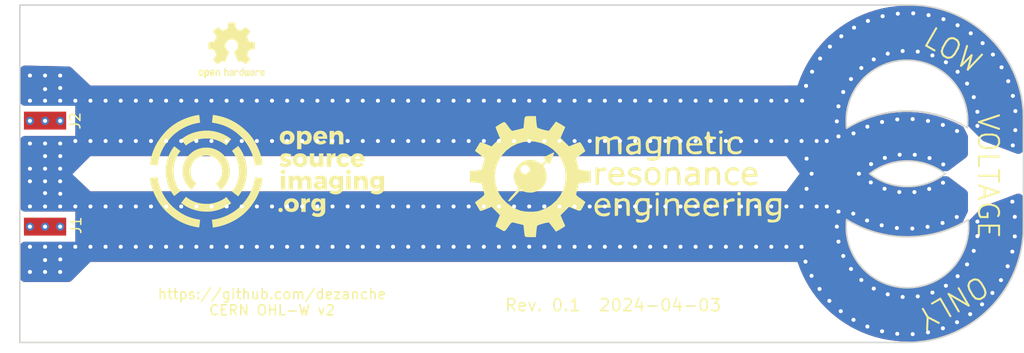
<source format=kicad_pcb>
(kicad_pcb (version 20240108) (generator "pcbnew") (generator_version "8.0")
  (layers (0 "F.Cu" power) (1 "In1.Cu" signal "Signal.Cu") (2 "In2.Cu" power "middle.Cu") (31 "B.Cu" power) (34 "B.Paste" user) (35 "F.Paste" user) (36 "B.SilkS" user "B.Silkscreen") (37 "F.SilkS" user "F.Silkscreen") (38 "B.Mask" user) (39 "F.Mask" user) (44 "Edge.Cuts" user))
  (net 0 "")
  (net 1 "GND")
  (net 2 "/signal1")
  (net 3 "/signal2")
  (footprint "User:SMAEdge" (layer "F.Cu") (at 95.5 96 90)
    (property "Reference" "J1" (at 0.13 3.09 90) (layer "F.SilkS"))
    (property "Value" "Conn_Coaxial")
    (pad "1" smd rect (at 0 0 90) (size 1.78 4.19) (layers "F.Cu" "F.Paste" "F.Mask") (net 2 "/signal1"))
    (pad "2" thru_hole rect (at -3.325 0 90) (size 3 4.19) (drill 0.4) (layers "*.Cu" "*.Paste" "*.Mask") (net 1 "GND"))
    (pad "2" thru_hole rect (at 3.325 0 90) (size 3 4.19) (drill 0.4) (layers "*.Cu" "*.Paste" "*.Mask") (net 1 "GND"))
  )
  (footprint "User:OSI_logo_23x11mm" (layer "F.Cu") (at 117.5 90.5)
    (property "Reference" "G***" (hide yes))
    (property "Value" "LOGO" (hide yes))
  )
  (footprint "Symbols:OSHW-Logo2_7.3x6mm_SilkScreen" (layer "F.Cu") (at 114 78.5)
    (property "Reference" "REF***" (hide yes))
    (property "Value" "OSHW-Logo2_7.3x6mm_SilkScreen" (hide yes))
  )
  (footprint "Logo:MR_Engineering_logo_12mm" (layer "F.Cu") (at 153 91)
    (property "Reference" "G***" (hide yes))
    (property "Value" "LOGO" (hide yes))
  )
  (footprint "MountingHole:MountingHole_3.2mm_M3" (layer "F.Cu") (at 135 78)
    (property "Reference" "REF**" (hide yes))
    (property "Value" "MountingHole_3.2mm_M3")
    (pad "" np_thru_hole circle (at 0 0) (size 3.2 3.2) (drill 3.2) (layers "*.Cu" "*.Mask"))
  )
  (footprint "MountingHole:MountingHole_3.2mm_M3" (layer "F.Cu") (at 101 78)
    (property "Reference" "REF**" (hide yes))
    (property "Value" "MountingHole_3.2mm_M3")
    (pad "" np_thru_hole circle (at 0 0) (size 3.2 3.2) (drill 3.2) (layers "*.Cu" "*.Mask"))
  )
  (footprint "MountingHole:MountingHole_3.2mm_M3" (layer "F.Cu") (at 168 103.5)
    (property "Reference" "REF**" (hide yes))
    (property "Value" "MountingHole_3.2mm_M3")
    (pad "" np_thru_hole circle (at 0 0) (size 3.2 3.2) (drill 3.2) (layers "*.Cu" "*.Mask"))
  )
  (footprint "MountingHole:MountingHole_3.2mm_M3" (layer "F.Cu") (at 168 78)
    (property "Reference" "REF**" (hide yes))
    (property "Value" "MountingHole_3.2mm_M3")
    (pad "" np_thru_hole circle (at 0 0) (size 3.2 3.2) (drill 3.2) (layers "*.Cu" "*.Mask"))
  )
  (footprint "MountingHole:MountingHole_3.2mm_M3" (layer "F.Cu") (at 135 103.5)
    (property "Reference" "REF**" (hide yes))
    (property "Value" "MountingHole_3.2mm_M3")
    (pad "" np_thru_hole circle (at 0 0) (size 3.2 3.2) (drill 3.2) (layers "*.Cu" "*.Mask"))
  )
  (footprint "User:SMAEdge" (layer "F.Cu") (at 95.5 85.675 -90)
    (property "Reference" "J2" (at -0.175 -3 90) (layer "F.SilkS"))
    (property "Value" "Conn_Coaxial")
    (pad "1" smd rect (at -0.2 0 270) (size 1.78 4.19) (layers "F.Cu" "F.Paste" "F.Mask") (net 3 "/signal2"))
    (pad "2" thru_hole rect (at -3.325 0 270) (size 3 4.19) (drill 0.4) (layers "*.Cu" "*.Paste" "*.Mask") (net 1 "GND"))
    (pad "2" thru_hole rect (at 3.325 0 270) (size 3 4.19) (drill 0.4) (layers "*.Cu" "*.Paste" "*.Mask") (net 1 "GND"))
  )
  (footprint "MountingHole:MountingHole_3.2mm_M3" (layer "F.Cu") (at 101 103.5)
    (property "Reference" "REF**" (hide yes))
    (property "Value" "MountingHole_3.2mm_M3")
    (pad "" np_thru_hole circle (at 0 0) (size 3.2 3.2) (drill 3.2) (layers "*.Cu" "*.Mask"))
  )
  (gr_line (start 181 74) (end 93 74) (stroke (width 0.15)) (layer "Edge.Cuts"))
  (gr_arc (start 192.5 96) (mid 189.131728 104.131727) (end 181 107.5) (stroke (width 0.15)) (layer "Edge.Cuts"))
  (gr_arc (start 184.75 90.75) (mid 181 92.022954) (end 177.25 90.75) (stroke (width 0.15)) (layer "Edge.Cuts"))
  (gr_line (start 192.5 85) (end 192.5 96) (stroke (width 0.15)) (layer "Edge.Cuts"))
  (gr_arc (start 174.970017 86.233734) (mid 180.942368 84.520117) (end 186.932815 86.169359) (stroke (width 0.15)) (layer "Edge.Cuts"))
  (gr_arc (start 187.030804 95.321791) (mid 180.998787 97.015011) (end 174.970833 95.307384) (stroke (width 0.15)) (layer "Edge.Cuts"))
  (gr_arc (start 174.970017 86.233734) (mid 180.915232 79.477343) (end 186.932815 86.169359) (stroke (width 0.15)) (layer "Edge.Cuts"))
  (gr_arc (start 177.25 90.75) (mid 181 89.477046) (end 184.75 90.75) (stroke (width 0.15)) (layer "Edge.Cuts"))
  (gr_line (start 181 107.5) (end 93 107.5) (stroke (width 0.15)) (layer "Edge.Cuts"))
  (gr_line (start 93 107.5) (end 93 74) (stroke (width 0.15)) (layer "Edge.Cuts"))
  (gr_arc (start 187.030804 95.321791) (mid 180.992749 102.068815) (end 174.970833 95.307384) (stroke (width 0.15)) (layer "Edge.Cuts"))
  (gr_arc (start 181 74) (mid 189.028175 77.118272) (end 192.5 85) (stroke (width 0.15)) (layer "Edge.Cuts"))
  (gr_text "VOLTAGE" (at 189 91 -90) (layer "F.SilkS") (effects (font (size 2 2) (thickness 0.2))))
  (gr_text "https://github.com/dezanche\nCERN OHL-W v2" (at 118 103.5 0) (layer "F.SilkS") (effects (font (size 1 1))))
  (gr_text "Rev. 0.1  2024-04-03" (at 141 104.5 0) (layer "F.SilkS") (effects (font (size 1.2 1.2)) (justify left bottom)))
  (gr_text "ONLY" (at 185.5 103.5 210) (layer "F.SilkS") (effects (font (size 2 2) (thickness 0.2))))
  (gr_text "LOW" (at 185.5 78.5 -30) (layer "F.SilkS") (effects (font (size 2 2) (thickness 0.2))))
  (via (at 133 94) (size 0.8) (drill 0.4) (layers "F.Cu" "B.Cu") (net 1))
  (via (at 131.5 94) (size 0.8) (drill 0.4) (layers "F.Cu" "B.Cu") (net 1))
  (via (at 95.5 94) (size 0.8) (drill 0.4) (layers "F.Cu" "B.Cu") (net 1))
  (via (at 101.5 94) (size 0.8) (drill 0.4) (layers "F.Cu" "B.Cu") (net 1))
  (via (at 104.5 94) (size 0.8) (drill 0.4) (layers "F.Cu" "B.Cu") (net 1))
  (via (at 122.5 94) (size 0.8) (drill 0.4) (layers "F.Cu" "B.Cu") (net 1))
  (via (at 124 94) (size 0.8) (drill 0.4) (layers "F.Cu" "B.Cu") (net 1))
  (via (at 125.5 94) (size 0.8) (drill 0.4) (layers "F.Cu" "B.Cu") (net 1))
  (via (at 127 94) (size 0.8) (drill 0.4) (layers "F.Cu" "B.Cu") (net 1))
  (via (at 119.5 94) (size 0.8) (drill 0.4) (layers "F.Cu" "B.Cu") (net 1))
  (via (at 112 94) (size 0.8) (drill 0.4) (layers "F.Cu" "B.Cu") (net 1))
  (via (at 110.5 94) (size 0.8) (drill 0.4) (layers "F.Cu" "B.Cu") (net 1))
  (via (at 94 94) (size 0.8) (drill 0.4) (layers "F.Cu" "B.Cu") (net 1))
  (via (at 100 94) (size 0.8) (drill 0.4) (layers "F.Cu" "B.Cu") (net 1))
  (via (at 118 94) (size 0.8) (drill 0.4) (layers "F.Cu" "B.Cu") (net 1))
  (via (at 130 94) (size 0.8) (drill 0.4) (layers "F.Cu" "B.Cu") (net 1))
  (via (at 121 94) (size 0.8) (drill 0.4) (layers "F.Cu" "B.Cu") (net 1))
  (via (at 109 94) (size 0.8) (drill 0.4) (layers "F.Cu" "B.Cu") (net 1))
  (via (at 107.5 94) (size 0.8) (drill 0.4) (layers "F.Cu" "B.Cu") (net 1))
  (via (at 116.5 94) (size 0.8) (drill 0.4) (layers "F.Cu" "B.Cu") (net 1))
  (via (at 98.5 94) (size 0.8) (drill 0.4) (layers "F.Cu" "B.Cu") (net 1))
  (via (at 103 94) (size 0.8) (drill 0.4) (layers "F.Cu" "B.Cu") (net 1))
  (via (at 128.5 94) (size 0.8) (drill 0.4) (layers "F.Cu" "B.Cu") (net 1))
  (via (at 106 94) (size 0.8) (drill 0.4) (layers "F.Cu" "B.Cu") (net 1))
  (via (at 115 94) (size 0.8) (drill 0.4) (layers "F.Cu" "B.Cu") (net 1))
  (via (at 97 94) (size 0.8) (drill 0.4) (layers "F.Cu" "B.Cu") (net 1))
  (via (at 113.5 94) (size 0.8) (drill 0.4) (layers "F.Cu" "B.Cu") (net 1))
  (via (at 134.5 94) (size 0.8) (drill 0.4) (layers "F.Cu" "B.Cu") (net 1))
  (via (at 170.5 94) (size 0.8) (drill 0.4) (layers "F.Cu" "B.Cu") (net 1))
  (via (at 169 94) (size 0.8) (drill 0.4) (layers "F.Cu" "B.Cu") (net 1))
  (via (at 137.5 94) (size 0.8) (drill 0.4) (layers "F.Cu" "B.Cu") (net 1))
  (via (at 136 94) (size 0.8) (drill 0.4) (layers "F.Cu" "B.Cu") (net 1))
  (via (at 140.5 94) (size 0.8) (drill 0.4) (layers "F.Cu" "B.Cu") (net 1))
  (via (at 143.5 94) (size 0.8) (drill 0.4) (layers "F.Cu" "B.Cu") (net 1))
  (via (at 139 94) (size 0.8) (drill 0.4) (layers "F.Cu" "B.Cu") (net 1))
  (via (at 142 94) (size 0.8) (drill 0.4) (layers "F.Cu" "B.Cu") (net 1))
  (via (at 151 94) (size 0.8) (drill 0.4) (layers "F.Cu" "B.Cu") (net 1))
  (via (at 145 94) (size 0.8) (drill 0.4) (layers "F.Cu" "B.Cu") (net 1))
  (via (at 145 94) (size 0.8) (drill 0.4) (layers "F.Cu" "B.Cu") (net 1))
  (via (at 146.5 94) (size 0.8) (drill 0.4) (layers "F.Cu" "B.Cu") (net 1))
  (via (at 148 94) (size 0.8) (drill 0.4) (layers "F.Cu" "B.Cu") (net 1))
  (via (at 149.5 94) (size 0.8) (drill 0.4) (layers "F.Cu" "B.Cu") (net 1))
  (via (at 154 94) (size 0.8) (drill 0.4) (layers "F.Cu" "B.Cu") (net 1))
  (via (at 152.5 94) (size 0.8) (drill 0.4) (layers "F.Cu" "B.Cu") (net 1))
  (via (at 155.5 94) (size 0.8) (drill 0.4) (layers "F.Cu" "B.Cu") (net 1))
  (via (at 157 94) (size 0.8) (drill 0.4) (layers "F.Cu" "B.Cu") (net 1))
  (via (at 158.5 94) (size 0.8) (drill 0.4) (layers "F.Cu" "B.Cu") (net 1))
  (via (at 160 94) (size 0.8) (drill 0.4) (layers "F.Cu" "B.Cu") (net 1))
  (via (at 161.5 94) (size 0.8) (drill 0.4) (layers "F.Cu" "B.Cu") (net 1))
  (via (at 163 94) (size 0.8) (drill 0.4) (layers "F.Cu" "B.Cu") (net 1))
  (via (at 164.5 94) (size 0.8) (drill 0.4) (layers "F.Cu" "B.Cu") (net 1))
  (via (at 166 94) (size 0.8) (drill 0.4) (layers "F.Cu" "B.Cu") (net 1))
  (via (at 167.5 94) (size 0.8) (drill 0.4) (layers "F.Cu" "B.Cu") (net 1))
  (via (at 174.160681 97.491213) (size 0.8) (drill 0.4) (layers "F.Cu" "B.Cu") (net 1))
  (via (at 174.635347 98.913966) (size 0.8) (drill 0.4) (layers "F.Cu" "B.Cu") (net 1))
  (via (at 175.402207 100.202942) (size 0.8) (drill 0.4) (layers "F.Cu" "B.Cu") (net 1))
  (via (at 176.426056 101.298965) (size 0.8) (drill 0.4) (layers "F.Cu" "B.Cu") (net 1))
  (via (at 177.659889 102.15172) (size 0.8) (drill 0.4) (layers "F.Cu" "B.Cu") (net 1))
  (via (at 179.047062 102.722056) (size 0.8) (drill 0.4) (layers "F.Cu" "B.Cu") (net 1))
  (via (at 180.523893 102.98379) (size 0.8) (drill 0.4) (layers "F.Cu" "B.Cu") (net 1))
  (via (at 182.022581 102.924906) (size 0.8) (drill 0.4) (layers "F.Cu" "B.Cu") (net 1))
  (via (at 183.474324 102.548108) (size 0.8) (drill 0.4) (layers "F.Cu" "B.Cu") (net 1))
  (via (at 184.812473 101.870694) (size 0.8) (drill 0.4) (layers "F.Cu" "B.Cu") (net 1))
  (via (at 185.975596 100.923763) (size 0.8) (drill 0.4) (layers "F.Cu" "B.Cu") (net 1))
  (via (at 186.910295 99.750788) (size 0.8) (drill 0.4) (layers "F.Cu" "B.Cu") (net 1))
  (via (at 187.57366 98.405618) (size 0.8) (drill 0.4) (layers "F.Cu" "B.Cu") (net 1))
  (via (at 187.935235 96.950009) (size 0.8) (drill 0.4) (layers "F.Cu" "B.Cu") (net 1))
  (via (at 174.160681 94.508787) (size 0.8) (drill 0.4) (layers "F.Cu" "B.Cu") (net 1))
  (via (at 176.189817 90.75) (size 0.8) (drill 0.4) (layers "F.Cu" "B.Cu") (net 1))
  (via (at 177.393138 89.793306) (size 0.8) (drill 0.4) (layers "F.Cu" "B.Cu") (net 1))
  (via (at 178.759561 89.174905) (size 0.8) (drill 0.4) (layers "F.Cu" "B.Cu") (net 1))
  (via (at 180.226358 88.86179) (size 0.8) (drill 0.4) (layers "F.Cu" "B.Cu") (net 1))
  (via (at 181.726188 88.868335) (size 0.8) (drill 0.4) (layers "F.Cu" "B.Cu") (net 1))
  (via (at 183.190197 89.194238) (size 0.8) (drill 0.4) (layers "F.Cu" "B.Cu") (net 1))
  (via (at 184.551172 89.824539) (size 0.8) (drill 0.4) (layers "F.Cu" "B.Cu") (net 1))
  (via (at 187.935235 95.5) (size 0.8) (drill 0.4) (layers "F.Cu" "B.Cu") (net 1))
  (via (at 170.892607 99.477156) (size 0.8) (drill 0.4) (layers "F.Cu" "B.Cu") (net 1))
  (via (at 171.491886 100.883213) (size 0.8) (drill 0.4) (layers "F.Cu" "B.Cu") (net 1))
  (via (at 172.285582 102.189421) (size 0.8) (drill 0.4) (layers "F.Cu" "B.Cu") (net 1))
  (via (at 173.257467 103.369069) (size 0.8) (drill 0.4) (layers "F.Cu" "B.Cu") (net 1))
  (via (at 174.387667 104.398039) (size 0.8) (drill 0.4) (layers "F.Cu" "B.Cu") (net 1))
  (via (at 175.653074 105.255289) (size 0.8) (drill 0.4) (layers "F.Cu" "B.Cu") (net 1))
  (via (at 177.027812 105.923292) (size 0.8) (drill 0.4) (layers "F.Cu" "B.Cu") (net 1))
  (via (at 178.483771 106.388387) (size 0.8) (drill 0.4) (layers "F.Cu" "B.Cu") (net 1))
  (via (at 179.991181 106.641066) (size 0.8) (drill 0.4) (layers "F.Cu" "B.Cu") (net 1))
  (via (at 181.519219 106.676161) (size 0.8) (drill 0.4) (layers "F.Cu" "B.Cu") (net 1))
  (via (at 183.03664 106.492955) (size 0.8) (drill 0.4) (layers "F.Cu" "B.Cu") (net 1))
  (via (at 184.512416 106.095193) (size 0.8) (drill 0.4) (layers "F.Cu" "B.Cu") (net 1))
  (via (at 185.916373 105.49101) (size 0.8) (drill 0.4) (layers "F.Cu" "B.Cu") (net 1))
  (via (at 187.219802 104.692759) (size 0.8) (drill 0.4) (layers "F.Cu" "B.Cu") (net 1))
  (via (at 188.396051 103.716763) (size 0.8) (drill 0.4) (layers "F.Cu" "B.Cu") (net 1))
  (via (at 189.421069 102.582978) (size 0.8) (drill 0.4) (layers "F.Cu" "B.Cu") (net 1))
  (via (at 190.273897 101.314587) (size 0.8) (drill 0.4) (layers "F.Cu" "B.Cu") (net 1))
  (via (at 190.937097 99.937525) (size 0.8) (drill 0.4) (layers "F.Cu" "B.Cu") (net 1))
  (via (at 191.397107 98.479952) (size 0.8) (drill 0.4) (layers "F.Cu" "B.Cu") (net 1))
  (via (at 191.644523 96.971669) (size 0.8) (drill 0.4) (layers "F.Cu" "B.Cu") (net 1))
  (via (at 171 92.25) (size 0.8) (drill 0.4) (layers "F.Cu" "B.Cu") (net 1))
  (via (at 171.5 90.75) (size 0.8) (drill 0.4) (layers "F.Cu" "B.Cu") (net 1))
  (via (at 175.653074 86.744711) (size 0.8) (drill 0.4) (layers "F.Cu" "B.Cu") (net 1))
  (via (at 177.027812 86.076708) (size 0.8) (drill 0.4) (layers "F.Cu" "B.Cu") (net 1))
  (via (at 178.483771 85.611613) (size 0.8) (drill 0.4) (layers "F.Cu" "B.Cu") (net 1))
  (via (at 179.991181 85.358934) (size 0.8) (drill 0.4) (layers "F.Cu" "B.Cu") (net 1))
  (via (at 181.519219 85.323839) (size 0.8) (drill 0.4) (layers "F.Cu" "B.Cu") (net 1))
  (via (at 183.03664 85.507045) (size 0.8) (drill 0.4) (layers "F.Cu" "B.Cu") (net 1))
  (via (at 184.512416 85.904807) (size 0.8) (drill 0.4) (layers "F.Cu" "B.Cu") (net 1))
  (via (at 185.916373 86.50899) (size 0.8) (drill 0.4) (layers "F.Cu" "B.Cu") (net 1))
  (via (at 191.397107 93.520048) (size 0.8) (drill 0.4) (layers "F.Cu" "B.Cu") (net 1))
  (via (at 191.644523 95.028331) (size 0.8) (drill 0.4) (layers "F.Cu" "B.Cu") (net 1))
  (via (at 101.5 87.5) (size 0.8) (drill 0.4) (layers "F.Cu" "B.Cu") (net 1))
  (via (at 110.5 98) (size 0.8) (drill 0.4) (layers "F.Cu" "B.Cu") (net 1))
  (via (at 188.451529 77.783237) (size 0.8) (drill 0.4) (layers "F.Cu" "B.Cu") (net 1))
  (via (at 107.5 83.5) (size 0.8) (drill 0.4) (layers "F.Cu" "B.Cu") (net 1))
  (via (at 121 87.5) (size 0.8) (drill 0.4) (layers "F.Cu" "B.Cu") (net 1))
  (via (at 167.5 83.5) (size 0.8) (drill 0.4) (layers "F.Cu" "B.Cu") (net 1))
  (via (at 183.474325 79.001883) (size 0.8) (drill 0.4) (layers "F.Cu" "B.Cu") (net 1))
  (via (at 94 98) (size 0.8) (drill 0.4) (layers "F.Cu" "B.Cu") (net 1))
  (via (at 134.5 98) (size 0.8) (drill 0.4) (layers "F.Cu" "B.Cu") (net 1))
  (via (at 125.5 83.5) (size 0.8) (drill 0.4) (layers "F.Cu" "B.Cu") (net 1))
  (via (at 125.5 87.5) (size 0.8) (drill 0.4) (layers "F.Cu" "B.Cu") (net 1))
  (via (at 166 83.5) (size 0.8) (drill 0.4) (layers "F.Cu" "B.Cu") (net 1))
  (via (at 124 83.5) (size 0.8) (drill 0.4) (layers "F.Cu" "B.Cu") (net 1))
  (via (at 109 83.5) (size 0.8) (drill 0.4) (layers "F.Cu" "B.Cu") (net 1))
  (via (at 173 94) (size 0.8) (drill 0.4) (layers "F.Cu" "B.Cu") (net 1))
  (via (at 160 98) (size 0.8) (drill 0.4) (layers "F.Cu" "B.Cu") (net 1))
  (via (at 97.00746 89.003531) (size 0.8) (drill 0.4) (layers "F.Cu" "B.Cu") (net 1))
  (via (at 100 98) (size 0.8) (drill 0.4) (layers "F.Cu" "B.Cu") (net 1))
  (via (at 180.523894 78.566201) (size 0.8) (drill 0.4) (layers "F.Cu" "B.Cu") (net 1))
  (via (at 130 98) (size 0.8) (drill 0.4) (layers "F.Cu" "B.Cu") (net 1))
  (via (at 121 98) (size 0.8) (drill 0.4) (layers "F.Cu" "B.Cu") (net 1))
  (via (at 158.5 83.5) (size 0.8) (drill 0.4) (layers "F.Cu" "B.Cu") (net 1))
  (via (at 121 83.5) (size 0.8) (drill 0.4) (layers "F.Cu" "B.Cu") (net 1))
  (via (at 140.5 87.5) (size 0.8) (drill 0.4) (layers "F.Cu" "B.Cu") (net 1))
  (via (at 140.5 83.5) (size 0.8) (drill 0.4) (layers "F.Cu" "B.Cu") (net 1))
  (via (at 175.628427 94.707958) (size 0.8) (drill 0.4) (layers "F.Cu" "B.Cu") (net 1))
  (via (at 113.5 87.5) (size 0.8) (drill 0.4) (layers "F.Cu" "B.Cu") (net 1))
  (via (at 187.935236 86) (size 0.8) (drill 0.4) (layers "F.Cu" "B.Cu") (net 1))
  (via (at 174.000001 85.549991) (size 0.8) (drill 0.4) (layers "F.Cu" "B.Cu") (net 1))
  (via (at 185.888882 95.045517) (size 0.8) (drill 0.4) (layers "F.Cu" "B.Cu") (net 1))
  (via (at 95.5 83.5) (size 0.8) (drill 0.4) (layers "F.Cu" "B.Cu") (net 1))
  (via (at 191.69438 86.426685) (size 0.8) (drill 0.4) (layers "F.Cu" "B.Cu") (net 1))
  (via (at 151 98) (size 0.8) (drill 0.4) (layers "F.Cu" "B.Cu") (net 1))
  (via (at 164.5 87.5) (size 0.8) (drill 0.4) (layers "F.Cu" "B.Cu") (net 1))
  (via (at 163 98) (size 0.8) (drill 0.4) (layers "F.Cu" "B.Cu") (net 1))
  (via (at 119.5 87.5) (size 0.8) (drill 0.4) (layers "F.Cu" "B.Cu") (net 1))
  (via (at 191.452585 83.020048) (size 0.8) (drill 0.4) (layers "F.Cu" "B.Cu") (net 1))
  (via (at 172 87.5) (size 0.8) (drill 0.4) (layers "F.Cu" "B.Cu") (net 1))
  (via (at 112 83.5) (size 0.8) (drill 0.4) (layers "F.Cu" "B.Cu") (net 1))
  (via (at 181.480182 96.186973) (size 0.8) (drill 0.4) (layers "F.Cu" "B.Cu") (net 1))
  (via (at 136 87.5) (size 0.8) (drill 0.4) (layers "F.Cu" "B.Cu") (net 1))
  (via (at 170.5 98) (size 0.8) (drill 0.4) (layers "F.Cu" "B.Cu") (net 1))
  (via (at 134.5 83.5) (size 0.8) (drill 0.4) (layers "F.Cu" "B.Cu") (net 1))
  (via (at 185.971851 76.00899) (size 0.8) (drill 0.4) (layers "F.Cu" "B.Cu") (net 1))
  (via (at 97 90.25) (size 0.8) (drill 0.4) (layers "F.Cu" "B.Cu") (net 1))
  (via (at 174.635348 82.636025) (size 0.8) (drill 0.4) (layers "F.Cu" "B.Cu") (net 1))
  (via (at 161.5 83.5) (size 0.8) (drill 0.4) (layers "F.Cu" "B.Cu") (net 1))
  (via (at 167.5 98) (size 0.8) (drill 0.4) (layers "F.Cu" "B.Cu") (net 1))
  (via (at 140.5 98) (size 0.8) (drill 0.4) (layers "F.Cu" "B.Cu") (net 1))
  (via (at 149.5 87.5) (size 0.8) (drill 0.4) (layers "F.Cu" "B.Cu") (net 1))
  (via (at 97 98) (size 0.8) (drill 0.4) (layers "F.Cu" "B.Cu") (net 1))
  (via (at 122.5 83.5) (size 0.8) (drill 0.4) (layers "F.Cu" "B.Cu") (net 1))
  (via (at 146.5 83.5) (size 0.8) (drill 0.4) (layers "F.Cu" "B.Cu") (net 1))
  (via (at 163 87.5) (size 0.8) (drill 0.4) (layers "F.Cu" "B.Cu") (net 1))
  (via (at 130 83.5) (size 0.8) (drill 0.4) (layers "F.Cu" "B.Cu") (net 1))
  (via (at 160 83.5) (size 0.8) (drill 0.4) (layers "F.Cu" "B.Cu") (net 1))
  (via (at 106 98) (size 0.8) (drill 0.4) (layers "F.Cu" "B.Cu") (net 1))
  (via (at 145 83.5) (size 0.8) (drill 0.4) (layers "F.Cu" "B.Cu") (net 1))
  (via (at 190.329375 80.185413) (size 0.8) (drill 0.4) (layers "F.Cu" "B.Cu") (net 1))
  (via (at 95.5 98) (size 0.8) (drill 0.4) (layers "F.Cu" "B.Cu") (net 1))
  (via (at 95.5 100.5) (size 0.8) (drill 0.4) (layers "F.Cu" "B.Cu") (net 1))
  (via (at 187.573661 83.144373) (size 0.8) (drill 0.4) (layers "F.Cu" "B.Cu") (net 1))
  (via (at 113.5 83.5) (size 0.8) (drill 0.4) (layers "F.Cu" "B.Cu") (net 1))
  (via (at 109 98) (size 0.8) (drill 0.4) (layers "F.Cu" "B.Cu") (net 1))
  (via (at 169 83.5) (size 0.8) (drill 0.4) (layers "F.Cu" "B.Cu") (net 1))
  (via (at 180.191817 92.566997) (size 0.8) (drill 0.4) (layers "F.Cu" "B.Cu") (net 1))
  (via (at 160 87.5) (size 0.8) (drill 0.4) (layers "F.Cu" "B.Cu") (net 1))
  (via (at 174.443145 77.101961) (size 0.8) (drill 0.4) (layers "F.Cu" "B.Cu") (net 1))
  (via (at 94 100.5) (size 0.8) (drill 0.4) (layers "F.Cu" "B.Cu") (net 1))
  (via (at 130 87.5) (size 0.8) (drill 0.4) (layers "F.Cu" "B.Cu") (net 1))
  (via (at 166 87.5) (size 0.8) (drill 0.4) (layers "F.Cu" "B.Cu") (net 1))
  (via (at 179.952568 96.136716) (size 0.8) (drill 0.4) (layers "F.Cu" "B.Cu") (net 1))
  (via (at 103 83.5) (size 0.8) (drill 0.4) (layers "F.Cu" "B.Cu") (net 1))
  (via (at 115 87.5) (size 0.8) (drill 0.4) (layers "F.Cu" "B.Cu") (net 1))
  (via (at 137.5 98) (size 0.8) (drill 0.4) (layers "F.Cu" "B.Cu") (net 1))
  (via (at 128.5 98) (size 0.8) (drill 0.4) (layers "F.Cu" "B.Cu") (net 1))
  (via (at 119.5 83.5) (size 0.8) (drill 0.4) (layers "F.Cu" "B.Cu") (net 1))
  (via (at 155.5 87.5) (size 0.8) (drill 0.4) (layers "F.Cu" "B.Cu") (net 1))
  (via (at 100 83.5) (size 0.8) (drill 0.4) (layers "F.Cu" "B.Cu") (net 1))
  (via (at 94 87.75) (size 0.8) (drill 0.4) (layers "F.Cu" "B.Cu") (net 1))
  (via (at 142 83.5) (size 0.8) (drill 0.4) (layers "F.Cu" "B.Cu") (net 1))
  (via (at 118 87.5) (size 0.8) (drill 0.4) (layers "F.Cu" "B.Cu") (net 1))
  (via (at 107.5 87.5) (size 0.8) (drill 0.4) (layers "F.Cu" "B.Cu") (net 1))
  (via (at 137.5 87.5) (size 0.8) (drill 0.4) (layers "F.Cu" "B.Cu") (net 1))
  (via (at 151 87.5) (size 0.8) (drill 0.4) (layers "F.Cu" "B.Cu") (net 1))
  (via (at 98.5 83.5) (size 0.8) (drill 0.4) (layers "F.Cu" "B.Cu") (net 1))
  (via (at 149.5 98) (size 0.8) (drill 0.4) (layers "F.Cu" "B.Cu") (net 1))
  (via (at 142 98) (size 0.8) (drill 0.4) (layers "F.Cu" "B.Cu") (net 1))
  (via (at 94 90.25) (size 0.8) (drill 0.4) (layers "F.Cu" "B.Cu") (net 1))
  (via (at 145 83.5) (size 0.8) (drill 0.4) (layers "F.Cu" "B.Cu") (net 1))
  (via (at 152.5 87.5) (size 0.8) (drill 0.4) (layers "F.Cu" "B.Cu") (net 1))
  (via (at 98.5 87.5) (size 0.8) (drill 0.4) (layers "F.Cu" "B.Cu") (net 1))
  (via (at 118 83.5) (size 0.8) (drill 0.4) (layers "F.Cu" "B.Cu") (net 1))
  (via (at 109 87.5) (size 0.8) (drill 0.4) (layers "F.Cu" "B.Cu") (net 1))
  (via (at 183.158444 92.260427) (size 0.8) (drill 0.4) (layers "F.Cu" "B.Cu") (net 1))
  (via (at 145 98) (size 0.8) (drill 0.4) (layers "F.Cu" "B.Cu") (net 1))
  (via (at 157 83.5) (size 0.8) (drill 0.4) (layers "F.Cu" "B.Cu") (net 1))
  (via (at 155.5 98) (size 0.8) (drill 0.4) (layers "F.Cu" "B.Cu") (net 1))
  (via (at 182.022582 78.625085) (size 0.8) (drill 0.4) (layers "F.Cu" "B.Cu") (net 1))
  (via (at 170.5 87.5) (size 0.8) (drill 0.4) (layers "F.Cu" "B.Cu") (net 1))
  (via (at 145 87.5) (size 0.8) (drill 0.4) (layers "F.Cu" "B.Cu") (net 1))
  (via (at 164.5 83.5) (size 0.8) (drill 0.4) (layers "F.Cu" "B.Cu") (net 1))
  (via (at 152.5 98) (size 0.8) (drill 0.4) (layers "F.Cu" "B.Cu") (net 1))
  (via (at 174 96) (size 0.8) (drill 0.4) (layers "F.Cu" "B.Cu") (net 1))
  (via (at 136 98) (size 0.8) (drill 0.4) (layers "F.Cu" "B.Cu") (net 1))
  (via (at 116.5 87.5) (size 0.8) (drill 0.4) (layers "F.Cu" "B.Cu") (net 1))
  (via (at 134.5 87.5) (size 0.8) (drill 0.4) (layers "F.Cu" "B.Cu") (net 1))
  (via (at 187.27528 76.807241) (size 0.8) (drill 0.4) (layers "F.Cu" "B.Cu") (net 1))
  (via (at 175.708552 76.244711) (size 0.8) (drill 0.4) (layers "F.Cu" "B.Cu") (net 1))
  (via (at 158.5 98) (size 0.8) (drill 0.4) (layers "F.Cu" "B.Cu") (net 1))
  (via (at 191.446964 87.934968) (size 0.8) (drill 0.4) (layers "F.Cu" "B.Cu") (net 1))
  (via (at 173 87.5) (size 0.8) (drill 0.4) (layers "F.Cu" "B.Cu") (net 1))
  (via (at 189.476547 78.917022) (size 0.8) (drill 0.4) (layers "F.Cu" "B.Cu") (net 1))
  (via (at 124 87.5) (size 0.8) (drill 0.4) (layers "F.Cu" "B.Cu") (net 1))
  (via (at 131.5 87.5) (size 0.8) (drill 0.4) (layers "F.Cu" "B.Cu") (net 1))
  (via (at 186.910296 81.799203) (size 0.8) (drill 0.4) (layers "F.Cu" "B.Cu") (net 1))
  (via (at 97 87.75) (size 0.8) (drill 0.4) (layers "F.Cu" "B.Cu") (net 1))
  (via (at 177.08329 75.576708) (size 0.8) (drill 0.4) (layers "F.Cu" "B.Cu") (net 1))
  (via (at 146.5 98) (size 0.8) (drill 0.4) (layers "F.Cu" "B.Cu") (net 1))
  (via (at 163 83.5) (size 0.8) (drill 0.4) (layers "F.Cu" "B.Cu") (net 1))
  (via (at 115 98) (size 0.8) (drill 0.4) (layers "F.Cu" "B.Cu") (net 1))
  (via (at 136 83.5) (size 0.8) (drill 0.4) (layers "F.Cu" "B.Cu") (net 1))
  (via (at 97 83.500919) (size 0.8) (drill 0.4) (layers "F.Cu" "B.Cu") (net 1))
  (via (at 180.046659 74.858934) (size 0.8) (drill 0.4) (layers "F.Cu" "B.Cu") (net 1))
  (via (at 110.5 87.5) (size 0.8) (drill 0.4) (layers "F.Cu" "B.Cu") (net 1))
  (via (at 161.5 87.5) (size 0.8) (drill 0.4) (layers "F.Cu" "B.Cu") (net 1))
  (via (at 137.5 83.5) (size 0.8) (drill 0.4) (layers "F.Cu" "B.Cu") (net 1))
  (via (at 125.5 98) (size 0.8) (drill 0.4) (layers "F.Cu" "B.Cu") (net 1))
  (via (at 127 98) (size 0.8) (drill 0.4) (layers "F.Cu" "B.Cu") (net 1))
  (via (at 161.5 98) (size 0.8) (drill 0.4) (layers "F.Cu" "B.Cu") (net 1))
  (via (at 97.00746 99.253531) (size 0.8) (drill 0.4) (layers "F.Cu" "B.Cu") (net 1))
  (via (at 166 98) (size 0.8) (drill 0.4) (layers "F.Cu" "B.Cu") (net 1))
  (via (at 184.524867 91.642026) (size 0.8) (drill 0.4) (layers "F.Cu" "B.Cu") (net 1))
  (via (at 175.402208 81.347049) (size 0.8) (drill 0.4) (layers "F.Cu" "B.Cu") (net 1))
  (via (at 139 83.5) (size 0.8) (drill 0.4) (layers "F.Cu" "B.Cu") (net 1))
  (via (at 101.5 83.5) (size 0.8) (drill 0.4) (layers "F.Cu" "B.Cu") (net 1))
  (via (at 106 87.5) (size 0.8) (drill 0.4) (layers "F.Cu" "B.Cu") (net 1))
  (via (at 116.5 98) (size 0.8) (drill 0.4) (layers "F.Cu" "B.Cu") (net 1))
  (via (at 128.5 83.5) (size 0.8) (drill 0.4) (layers "F.Cu" "B.Cu") (net 1))
  (via (at 94 91.5) (size 0.8) (drill 0.4) (layers "F.Cu" "B.Cu") (net 1))
  (via (at 127 87.5) (size 0.8) (drill 0.4) (layers "F.Cu" "B.Cu") (net 1))
  (via (at 178.539249 75.111613) (size 0.8) (drill 0.4) (layers "F.Cu" "B.Cu") (net 1))
  (via (at 100 87.5) (size 0.8) (drill 0.4) (layers "F.Cu" "B.Cu") (net 1))
  (via (at 167.5 87.5) (size 0.8) (drill 0.4) (layers "F.Cu" "B.Cu") (net 1))
  (via (at 182.999347 96.018834) (size 0.8) (drill 0.4) (layers "F.Cu" "B.Cu") (net 1))
  (via (at 98.5 98) (size 0.8) (drill 0.4) (layers "F.Cu" "B.Cu") (net 1))
  (via (at 178.447741 95.86909) (size 0.8) (drill 0.4) (layers "F.Cu" "B.Cu") (net 1))
  (via (at 148 87.5) (size 0.8) (drill 0.4) (layers "F.Cu" "B.Cu") (net 1))
  (via (at 112 98) (size 0.8) (drill 0.4) (layers "F.Cu" "B.Cu") (net 1))
  (via (at 177.366833 91.610793) (size 0.8) (drill 0.4) (layers "F.Cu" "B.Cu") (net 1))
  (via (at 183.092118 75.007045) (size 0.8) (drill 0.4) (layers "F.Cu" "B.Cu") (net 1))
  (via (at 157 87.5) (size 0.8) (drill 0.4) (layers "F.Cu" "B.Cu") (net 1))
  (via (at 94 83.5) (size 0.8) (drill 0.4) (layers "F.Cu" "B.Cu") (net 1))
  (via (at 169 87.5) (size 0.8) (drill 0.4) (layers "F.Cu" "B.Cu") (net 1))
  (via (at 154 87.5) (size 0.8) (drill 0.4) (layers "F.Cu" "B.Cu") (net 1))
  (via (at 179.047063 78.827935) (size 0.8) (drill 0.4) (layers "F.Cu" "B.Cu") (net 1))
  (via (at 176.426057 80.251026) (size 0.8) (drill 0.4) (layers "F.Cu" "B.Cu") (net 1))
  (via (at 171 89.25) (size 0.8) (drill 0.4) (layers "F.Cu" "B.Cu") (net 1))
  (via (at 128.5 87.5) (size 0.8) (drill 0.4) (layers "F.Cu" "B.Cu") (net 1))
  (via (at 107.5 98) (size 0.8) (drill 0.4) (layers "F.Cu" "B.Cu") (net 1))
  (via (at 94 81) (size 0.8) (drill 0.4) (layers "F.Cu" "B.Cu") (net 1))
  (via (at 148 98) (size 0.8) (drill 0.4) (layers "F.Cu" "B.Cu") (net 1))
  (via (at 149.5 83.5) (size 0.8) (drill 0.4) (layers "F.Cu" "B.Cu") (net 1))
  (via (at 110.5 83.5) (size 0.8) (drill 0.4) (layers "F.Cu" "B.Cu") (net 1))
  (via (at 122.5 98) (size 0.8) (drill 0.4) (layers "F.Cu" "B.Cu") (net 1))
  (via (at 181.574697 74.823839) (size 0.8) (drill 0.4) (layers "F.Cu" "B.Cu") (net 1))
  (via (at 158.5 87.5) (size 0.8) (drill 0.4) (layers "F.Cu" "B.Cu") (net 1))
  (via (at 133 83.5) (size 0.8) (drill 0.4) (layers "F.Cu" "B.Cu") (net 1))
  (via (at 190.992575 81.562475) (size 0.8) (drill 0.4) (layers "F.Cu" "B.Cu") (net 1))
  (via (at 131.5 83.5) (size 0.8) (drill 0.4) (layers "F.Cu" "B.Cu") (net 1))
  (via (at 95.5 81) (size 0.8) (drill 0.4) (layers "F.Cu" "B.Cu") (net 1))
  (via (at 170.948085 82.022844) (size 0.8) (drill 0.4) (layers "F.Cu" "B.Cu") (net 1))
  (via (at 97 91.5) (size 0.8) (drill 0.4) (layers "F.Cu" "B.Cu") (net 1))
  (via (at 112 87.5) (size 0.8) (drill 0.4) (layers "F.Cu" "B.Cu") (net 1))
  (via (at 104.5 83.5) (size 0.8) (drill 0.4) (layers "F.Cu" "B.Cu") (net 1))
  (via (at 178.727808 92.241094) (size 0.8) (drill 0.4) (layers "F.Cu" "B.Cu") (net 1))
  (via (at 154 98) (size 0.8) (drill 0.4) (layers "F.Cu" "B.Cu") (net 1))
  (via (at 187.935236 84.599982) (size 0.8) (drill 0.4) (layers "F.Cu" "B.Cu") (net 1))
  (via (at 172 94) (size 0.8) (drill 0.4) (layers "F.Cu" "B.Cu") (net 1))
  (via (at 185.975597 80.626228) (size 0.8) (drill 0.4) (layers "F.Cu" "B.Cu") (net 1))
  (via (at 127 83.5) (size 0.8) (drill 0.4) (layers "F.Cu" "B.Cu") (net 1))
  (via (at 155.5 83.5) (size 0.8) (drill 0.4) (layers "F.Cu" "B.Cu") (net 1))
  (via (at 146.5 87.5) (size 0.8) (drill 0.4) (layers "F.Cu" "B.Cu") (net 1))
  (via (at 133 87.5) (size 0.8) (drill 0.4) (layers "F.Cu" "B.Cu") (net 1))
  (via (at 118 98) (size 0.8) (drill 0.4) (layers "F.Cu" "B.Cu") (net 1))
  (via (at 143.5 87.5) (size 0.8) (drill 0.4) (layers "F.Cu" "B.Cu") (net 1))
  (via (at 177.65989 79.398271) (size 0.8) (drill 0.4) (layers "F.Cu" "B.Cu") (net 1))
  (via (at 142 87.5) (size 0.8) (drill 0.4) (layers "F.Cu" "B.Cu") (net 1))
  (via (at 148 83.5) (size 0.8) (drill 0.4) (layers "F.Cu" "B.Cu") (net 1))
  (via (at 176.996468 95.389569) (size 0.8) (drill 0.4) (layers "F.Cu" "B.Cu") (net 1))
  (via (at 104.5 98) (size 0.8) (drill 0.4) (layers "F.Cu" "B.Cu") (net 1))
  (via (at 154 83.5) (size 0.8) (drill 0.4) (layers "F.Cu" "B.Cu") (net 1))
  (via (at 172.34106 79.310579) (size 0.8) (drill 0.4) (layers "F.Cu" "B.Cu") (net 1))
  (via (at 184.478999 95.635737) (size 0.8) (drill 0.4) (layers "F.Cu" "B.Cu") (net 1))
  (via (at 181.691647 92.573542) (size 0.8) (drill 0.4) (layers "F.Cu" "B.Cu") (net 1))
  (via (at 95.5 90.25) (size 0.8) (drill 0.4) (layers "F.Cu" "B.Cu") (net 1))
  (via (at 131.5 98) (size 0.8) (drill 0.4) (layers "F.Cu" "B.Cu") (net 1))
  (via (at 191.700001 84.528331) (size 0.8) (drill 0.4) (layers "F.Cu" "B.Cu") (net 1))
  (via (at 106 83.5) (size 0.8) (drill 0.4) (layers "F.Cu" "B.Cu") (net 1))
  (via (at 174.160682 84.058778) (size 0.8) (drill 0.4) (layers "F.Cu" "B.Cu") (net 1))
  (via (at 164.5 98) (size 0.8) (drill 0.4) (layers "F.Cu" "B.Cu") (net 1))
  (via (at 97 100.5) (size 0.8) (drill 0.4) (layers "F.Cu" "B.Cu") (net 1))
  (via (at 122.5 87.5) (size 0.8) (drill 0.4) (layers "F.Cu" "B.Cu") (net 1))
  (via (at 145 87.5) (size 0.8) (drill 0.4) (layers "F.Cu" "B.Cu") (net 1))
  (via (at 103 87.5) (size 0.8) (drill 0.4) (layers "F.Cu" "B.Cu") (net 1))
  (via (at 104.5 87.5) (size 0.8) (drill 0.4) (layers "F.Cu" "B.Cu") (net 1))
  (via (at 101.5 98) (size 0.8) (drill 0.4) (layers "F.Cu" "B.Cu") (net 1))
  (via (at 173.312945 78.130931) (size 0.8) (drill 0.4) (layers "F.Cu" "B.Cu") (net 1))
  (via (at 124 98) (size 0.8) (drill 0.4) (layers "F.Cu" "B.Cu") (net 1))
  (via (at 174.160682 87.041204) (size 0.8) (drill 0.4) (layers "F.Cu" "B.Cu") (net 1))
  (via (at 113.5 98) (size 0.8) (drill 0.4) (layers "F.Cu" "B.Cu") (net 1))
  (via (at 184.812474 79.679297) (size 0.8) (drill 0.4) (layers "F.Cu" "B.Cu") (net 1))
  (via (at 170.555478 83.5) (size 0.8) (drill 0.4) (layers "F.Cu" "B.Cu") (net 1))
  (via (at 139 98) (size 0.8) (drill 0.4) (layers "F.Cu" "B.Cu") (net 1))
  (via (at 119.5 98) (size 0.8) (drill 0.4) (layers "F.Cu" "B.Cu") (net 1))
  (via (at 152.5 83.5) (size 0.8) (drill 0.4) (layers "F.Cu" "B.Cu") (net 1))
  (via (at 184.567894 75.404807) (size 0.8) (drill 0.4) (layers "F.Cu" "B.Cu") (net 1))
  (via (at 95.5 87.75) (size 0.8) (drill 0.4) (layers "F.Cu" "B.Cu") (net 1))
  (via (at 151 83.5) (size 0.8) (drill 0.4) (layers "F.Cu" "B.Cu") (net 1))
  (via (at 143.5 83.5) (size 0.8) (drill 0.4) (layers "F.Cu" "B.Cu") (net 1))
  (via (at 95.5 91.5) (size 0.8) (drill 0.4) (layers "F.Cu" "B.Cu") (net 1))
  (via (at 103 98) (size 0.8) (drill 0.4) (layers "F.Cu" "B.Cu") (net 1))
  (via (at 143.5 98) (size 0.8) (drill 0.4) (layers "F.Cu" "B.Cu") (net 1))
  (via (at 133 98) (size 0.8) (drill 0.4) (layers "F.Cu" "B.Cu") (net 1))
  (via (at 139 87.5) (size 0.8) (drill 0.4) (layers "F.Cu" "B.Cu") (net 1))
  (via (at 97.007194 92.739008) (size 0.8) (drill 0.4) (layers "F.Cu" "B.Cu") (net 1))
  (via (at 116.5 83.5) (size 0.8) (drill 0.4) (layers "F.Cu" "B.Cu") (net 1))
  (via (at 169 98) (size 0.8) (drill 0.4) (layers "F.Cu" "B.Cu") (net 1))
  (via (at 115 83.5) (size 0.8) (drill 0.4) (layers "F.Cu" "B.Cu") (net 1))
  (via (at 97.007194 82.239008) (size 0.8) (drill 0.4) (layers "F.Cu" "B.Cu") (net 1))
  (via (at 145 98) (size 0.8) (drill 0.4) (layers "F.Cu" "B.Cu") (net 1))
  (via (at 157 98) (size 0.8) (drill 0.4) (layers "F.Cu" "B.Cu") (net 1))
  (via (at 97 81) (size 0.8) (drill 0.4) (layers "F.Cu" "B.Cu") (net 1))
  (via (at 171.547364 80.616787) (size 0.8) (drill 0.4) (layers "F.Cu" "B.Cu") (net 1))
  (via (at 97 96) (size 0.8) (drill 0.4) (layers "F.Cu" "B.Cu") (net 2))
  (via (at 94 96) (size 0.8) (drill 0.4) (layers "F.Cu" "B.Cu") (net 2))
  (via (at 95.5 96.000632) (size 0.8) (drill 0.4) (layers "F.Cu" "B.Cu") (net 2))
  (via (at 97 85.500919) (size 0.8) (drill 0.4) (layers "F.Cu" "B.Cu") (net 3))
  (via (at 95.5 85.500919) (size 0.8) (drill 0.4) (layers "F.Cu" "B.Cu") (net 3))
  (via (at 94 85.500919) (size 0.8) (drill 0.4) (layers "F.Cu" "B.Cu") (net 3))
  (zone (net 1) (net_name "GND") (layers "F.Cu" "In1.Cu" "In2.Cu" "B.Cu") (name "top GND") (connect_pads yes (clearance 0.5)) (min_thickness 0.254) (fill yes (thermal_gap 0.508) (thermal_bridge_width 0.508) (smoothing fillet) (radius 0.5))
    (polygon (pts (xy 175 108) (xy 169 99.5) (xy 100 99.5) (xy 98 101.5) (xy 93 101.5) (xy 93 97.5) (xy 98.5 97.5) (xy 98.5 94.5) (xy 93 94.5) (xy 93 90.5) (xy 98 90.60519) (xy 100 92.5) (xy 169 92.5) (xy 170.5 90.5) (xy 183 90.5) (xy 184 91) (xy 185 91) (xy 187 92.5) (xy 187 94.5) (xy 186.5 95.5) (xy 187 95.5) (xy 188.5 94) (xy 192.5 92.5) (xy 192.5 108)))
  )
  (zone (net 1) (net_name "GND") (layers "F.Cu" "In1.Cu" "In2.Cu" "B.Cu") (name "top GND") (connect_pads yes (clearance 0.6)) (min_thickness 0.254) (fill yes (thermal_gap 0.508) (thermal_bridge_width 0.508) (smoothing fillet) (radius 0.5))
    (polygon (pts (xy 184 90.5) (xy 183 91) (xy 170.5 91) (xy 169 89) (xy 100 89) (xy 98 91) (xy 93 91) (xy 93 87) (xy 98.5 87) (xy 98.5 84) (xy 93 84) (xy 93 80) (xy 98 80.10519) (xy 100 82) (xy 169 82) (xy 175 73.5) (xy 192.5 73.5) (xy 192.5 85) (xy 192.5 89) (xy 188.5 87.5) (xy 187 86) (xy 186.5 86) (xy 187 87) (xy 187 89) (xy 185 90.5)))
  )
)
</source>
